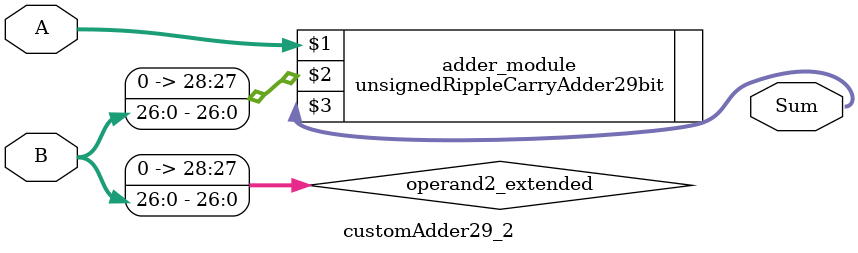
<source format=v>

module customAdder29_2(
                    input [28 : 0] A,
                    input [26 : 0] B,
                    
                    output [29 : 0] Sum
            );

    wire [28 : 0] operand2_extended;
    
    assign operand2_extended =  {2'b0, B};
    
    unsignedRippleCarryAdder29bit adder_module(
        A,
        operand2_extended,
        Sum
    );
    
endmodule
        
</source>
